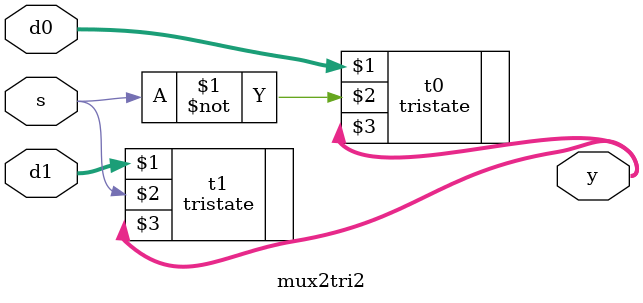
<source format=sv>
module mux2tri2(input logic [3:0] d0, d1,
input logic s,
output tri [3:0] y);
tristate t0(d0, ~s, y);
tristate t1(d1, s, y);
endmodule 
</source>
